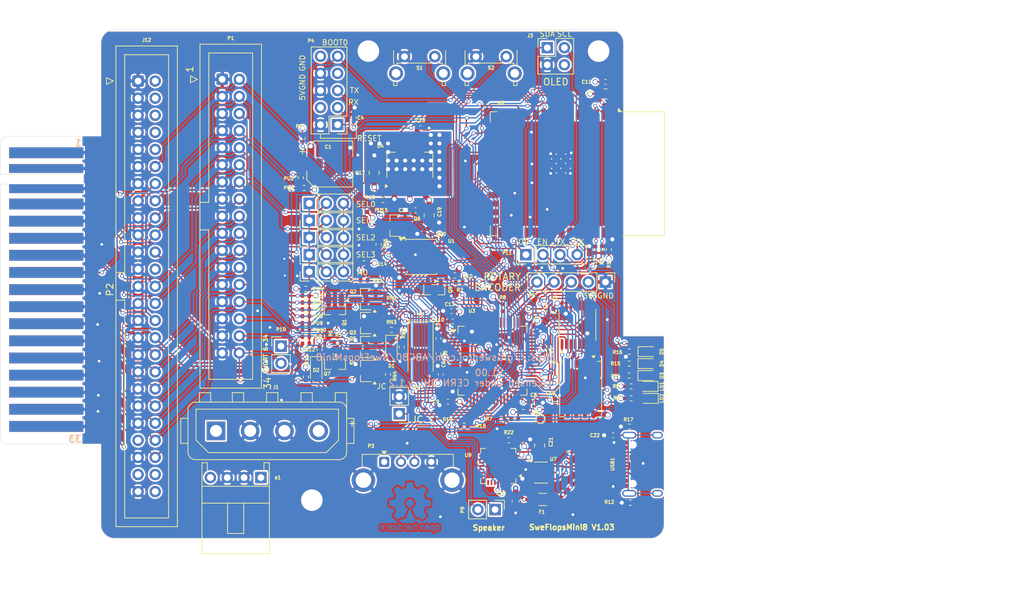
<source format=kicad_pcb>
(kicad_pcb
	(version 20241229)
	(generator "pcbnew")
	(generator_version "9.0")
	(general
		(thickness 1.6)
		(legacy_teardrops no)
	)
	(paper "A4")
	(title_block
		(title "SweFlopsMini8")
		(date "2025-10-20")
		(rev "1.03")
		(company "SweProj")
		(comment 1 "Licensed under CERN OHL v.1.2")
	)
	(layers
		(0 "F.Cu" signal)
		(4 "In1.Cu" signal)
		(6 "In2.Cu" signal)
		(2 "B.Cu" signal)
		(13 "F.Paste" user)
		(15 "B.Paste" user)
		(5 "F.SilkS" user "F.Silkscreen")
		(7 "B.SilkS" user "B.Silkscreen")
		(1 "F.Mask" user)
		(3 "B.Mask" user)
		(25 "Edge.Cuts" user)
		(27 "Margin" user)
		(31 "F.CrtYd" user "F.Courtyard")
		(29 "B.CrtYd" user "B.Courtyard")
		(35 "F.Fab" user)
	)
	(setup
		(stackup
			(layer "F.SilkS"
				(type "Top Silk Screen")
			)
			(layer "F.Paste"
				(type "Top Solder Paste")
			)
			(layer "F.Mask"
				(type "Top Solder Mask")
				(thickness 0.01)
			)
			(layer "F.Cu"
				(type "copper")
				(thickness 0.035)
			)
			(layer "dielectric 1"
				(type "prepreg")
				(thickness 0.1)
				(material "FR4")
				(epsilon_r 4.5)
				(loss_tangent 0.02)
			)
			(layer "In1.Cu"
				(type "copper")
				(thickness 0.035)
			)
			(layer "dielectric 2"
				(type "core")
				(thickness 1.24)
				(material "FR4")
				(epsilon_r 4.5)
				(loss_tangent 0.02)
			)
			(layer "In2.Cu"
				(type "copper")
				(thickness 0.035)
			)
			(layer "dielectric 3"
				(type "prepreg")
				(thickness 0.1)
				(material "FR4")
				(epsilon_r 4.5)
				(loss_tangent 0.02)
			)
			(layer "B.Cu"
				(type "copper")
				(thickness 0.035)
			)
			(layer "B.Mask"
				(type "Bottom Solder Mask")
				(thickness 0.01)
			)
			(layer "B.Paste"
				(type "Bottom Solder Paste")
			)
			(layer "B.SilkS"
				(type "Bottom Silk Screen")
			)
			(copper_finish "None")
			(dielectric_constraints no)
		)
		(pad_to_mask_clearance 0)
		(solder_mask_min_width 0.25)
		(pad_to_paste_clearance -0.000076)
		(allow_soldermask_bridges_in_footprints no)
		(tenting front back)
		(aux_axis_origin 86.26 30.19)
		(pcbplotparams
			(layerselection 0x00000000_00000000_55555555_575555ff)
			(plot_on_all_layers_selection 0x00000000_00000000_00000000_00000000)
			(disableapertmacros no)
			(usegerberextensions no)
			(usegerberattributes no)
			(usegerberadvancedattributes no)
			(creategerberjobfile no)
			(dashed_line_dash_ratio 12.000000)
			(dashed_line_gap_ratio 3.000000)
			(svgprecision 4)
			(plotframeref no)
			(mode 1)
			(useauxorigin yes)
			(hpglpennumber 1)
			(hpglpenspeed 20)
			(hpglpendiameter 15.000000)
			(pdf_front_fp_property_popups yes)
			(pdf_back_fp_property_popups yes)
			(pdf_metadata yes)
			(pdf_single_document no)
			(dxfpolygonmode yes)
			(dxfimperialunits yes)
			(dxfusepcbnewfont yes)
			(psnegative no)
			(psa4output no)
			(plot_black_and_white yes)
			(sketchpadsonfab no)
			(plotpadnumbers no)
			(hidednponfab no)
			(sketchdnponfab yes)
			(crossoutdnponfab yes)
			(subtractmaskfromsilk no)
			(outputformat 1)
			(mirror no)
			(drillshape 0)
			(scaleselection 1)
			(outputdirectory "gerbers")
		)
	)
	(net 0 "")
	(net 1 "GND")
	(net 2 "Net-(U3-PD0)")
	(net 3 "/nrst")
	(net 4 "Net-(U3-PD1)")
	(net 5 "+3V3")
	(net 6 "+5V")
	(net 7 "Net-(D1-K)")
	(net 8 "Net-(D1-A)")
	(net 9 "/disp_clk")
	(net 10 "/disp_dio")
	(net 11 "/~{selx}")
	(net 12 "/~{dskchg}")
	(net 13 "/~{inuse}")
	(net 14 "/~{index}")
	(net 15 "/~{sel0}")
	(net 16 "/~{sel1}")
	(net 17 "/~{mtron}")
	(net 18 "/dir")
	(net 19 "/~{step}")
	(net 20 "/~{wdata}")
	(net 21 "/~{wgate}")
	(net 22 "/~{trk0}")
	(net 23 "/~{wprot}")
	(net 24 "/~{rdata}")
	(net 25 "/~{side}")
	(net 26 "/~{rdy}")
	(net 27 "/rx")
	(net 28 "/tx")
	(net 29 "/boot0")
	(net 30 "/ja")
	(net 31 "/jb")
	(net 32 "/jc")
	(net 33 "Net-(LD1-A)")
	(net 34 "/usb+")
	(net 35 "/usb-")
	(net 36 "Net-(RN1-Pad2)")
	(net 37 "Net-(RN2-Pad2)")
	(net 38 "Net-(RN3-Pad2)")
	(net 39 "Net-(RN4-Pad2)")
	(net 40 "Net-(RN6-Pad2)")
	(net 41 "/~{index_3v3}")
	(net 42 "/~{trk0_3v3}")
	(net 43 "/~{wprot_3v3}")
	(net 44 "/~{rdy_3v3}")
	(net 45 "/~{rdata_3v3}")
	(net 46 "/~{dskchg_3v3}")
	(net 47 "Net-(LD2-A)")
	(net 48 "unconnected-(U3-VBAT-Pad1)")
	(net 49 "/~{sely}")
	(net 50 "/io2")
	(net 51 "/enc_dt")
	(net 52 "/enc_clk")
	(net 53 "/~{sel3}")
	(net 54 "/~{sel2}")
	(net 55 "/spk-")
	(net 56 "/spk+")
	(net 57 "/io1")
	(net 58 "/boot1")
	(net 59 "Net-(Q1-G)")
	(net 60 "Net-(Q2-G)")
	(net 61 "Net-(Q3-G)")
	(net 62 "Net-(Q4-G)")
	(net 63 "Net-(Q6-G)")
	(net 64 "Net-(Q7-B)")
	(net 65 "/bt_right")
	(net 66 "/bt_left")
	(net 67 "unconnected-(U3-PC0-Pad8)")
	(net 68 "unconnected-(U3-PC1-Pad9)")
	(net 69 "unconnected-(U3-PC2-Pad10)")
	(net 70 "unconnected-(U3-PC3-Pad11)")
	(net 71 "unconnected-(U3-PA4-Pad20)")
	(net 72 "unconnected-(U3-PA5-Pad21)")
	(net 73 "unconnected-(U3-PA6-Pad22)")
	(net 74 "/spi_cs")
	(net 75 "/spi_clk")
	(net 76 "/spi_do")
	(net 77 "/spi_di")
	(net 78 "/swdio")
	(net 79 "/swclk")
	(net 80 "unconnected-(U3-PD2-Pad54)")
	(net 81 "/SD_DETECT")
	(net 82 "/esp32_tx")
	(net 83 "/esp32_rx")
	(net 84 "Net-(D3-K)")
	(net 85 "Net-(D3-A)")
	(net 86 "Net-(D4-K)")
	(net 87 "/spi_sel")
	(net 88 "Net-(C12-Pad1)")
	(net 89 "/esp32_io0")
	(net 90 "/esp32_en")
	(net 91 "Net-(D4-A)")
	(net 92 "Net-(D5-K)")
	(net 93 "Net-(D5-A)")
	(net 94 "unconnected-(U6-DAT2-Pad1)")
	(net 95 "unconnected-(U6-DAT1-Pad7)")
	(net 96 "/spi_di_esp")
	(net 97 "/spi_clk_esp")
	(net 98 "/spi_do_esp")
	(net 99 "/spi_cs_esp")
	(net 100 "/spi_cs_stm")
	(net 101 "/spi_clk_stm")
	(net 102 "/spi_do_stm")
	(net 103 "/spi_di_stm")
	(net 104 "/sd_gnd")
	(net 105 "/sd_pwr")
	(net 106 "Net-(Q9-G)")
	(net 107 "Net-(USB1-CC1)")
	(net 108 "unconnected-(J12-Pin_24-Pad24)")
	(net 109 "Net-(USB1-CC2)")
	(net 110 "/USB_D-")
	(net 111 "/~{FD2S}")
	(net 112 "Net-(U7-VBUS)")
	(net 113 "unconnected-(J12-Pin_8-Pad8)")
	(net 114 "Net-(USB1-DN1)")
	(net 115 "Net-(USB1-DP1)")
	(net 116 "unconnected-(J12-Pin_48-Pad48)")
	(net 117 "/USB_D+")
	(net 118 "unconnected-(USB1-SBU2-Pad3)")
	(net 119 "unconnected-(USB1-SBU1-Pad9)")
	(net 120 "unconnected-(J12-Pin_4-Pad4)")
	(net 121 "/~{EXT_MOTOR}")
	(net 122 "unconnected-(J12-Pin_6-Pad6)")
	(net 123 "unconnected-(J12-Pin_43-Pad43)")
	(net 124 "unconnected-(J12-Pin_50-Pad50)")
	(net 125 "Net-(U9-~{RSTb})")
	(net 126 "unconnected-(U9-~{DSR}-Pad27)")
	(net 127 "unconnected-(U9-NC-Pad10)")
	(net 128 "unconnected-(U9-~{RXT}{slash}GPIO.1-Pad18)")
	(net 129 "unconnected-(U9-GPIO.4-Pad22)")
	(net 130 "unconnected-(U9-~{TXT}{slash}GPIO.0-Pad19)")
	(net 131 "unconnected-(U9-~{SUSPENDb}-Pad11)")
	(net 132 "unconnected-(U9-CHREN-Pad13)")
	(net 133 "unconnected-(U9-~{DCD}-Pad1)")
	(net 134 "unconnected-(U9-GPIO.5-Pad21)")
	(net 135 "unconnected-(U9-~{RI}{slash}CLK-Pad2)")
	(net 136 "unconnected-(U9-SUSPEND-Pad12)")
	(net 137 "unconnected-(U9-CHR1-Pad14)")
	(net 138 "unconnected-(U9-~{DTR}-Pad28)")
	(net 139 "unconnected-(U9-GPIO.6-Pad20)")
	(net 140 "unconnected-(U9-~{WAKEUP}{slash}GPIO.3-Pad16)")
	(net 141 "unconnected-(U9-CHR0-Pad15)")
	(net 142 "unconnected-(U9-RS485{slash}GPIO.2-Pad17)")
	(net 143 "/usb-r")
	(net 144 "/usb+r")
	(net 145 "unconnected-(J1-Pin_1-Pad1)")
	(net 146 "unconnected-(e1-Pin_4-Pad4)")
	(net 147 "unconnected-(U8-USB_D+-Pad14)")
	(net 148 "unconnected-(U8-USB_D--Pad13)")
	(net 149 "unconnected-(U8-IO36-Pad29)")
	(net 150 "unconnected-(U8-IO42-Pad35)")
	(net 151 "unconnected-(U8-IO37-Pad30)")
	(net 152 "unconnected-(U8-IO17-Pad10)")
	(net 153 "unconnected-(U8-IO46-Pad16)")
	(net 154 "unconnected-(U8-IO1-Pad39)")
	(net 155 "unconnected-(U8-IO38-Pad31)")
	(net 156 "unconnected-(U8-IO45-Pad26)")
	(net 157 "unconnected-(U8-IO18-Pad11)")
	(net 158 "unconnected-(U8-IO47-Pad24)")
	(net 159 "unconnected-(U8-IO35-Pad28)")
	(net 160 "unconnected-(U8-IO48-Pad25)")
	(net 161 "Net-(USB1-SHIELD)")
	(net 162 "/ENHANCED")
	(net 163 "unconnected-(U9-~{CTS}-Pad23)")
	(net 164 "unconnected-(U9-~{RTS}-Pad24)")
	(net 165 "unconnected-(J12-Pin_2-Pad2)")
	(footprint "Capacitor_SMD:C_0402_1005Metric" (layer "F.Cu") (at 123.0376 101.346 90))
	(footprint "Capacitor_SMD:C_0402_1005Metric" (layer "F.Cu") (at 110.49 68.552 90))
	(footprint "Capacitor_SMD:C_0402_1005Metric" (layer "F.Cu") (at 123.0376 103.604 -90))
	(footprint "Capacitor_SMD:C_0402_1005Metric" (layer "F.Cu") (at 123.3932 106.68 90))
	(footprint "Capacitor_SMD:C_0402_1005Metric" (layer "F.Cu") (at 137.696 99.568))
	(footprint "Capacitor_SMD:C_0402_1005Metric" (layer "F.Cu") (at 124.46 110.744 180))
	(footprint "Capacitor_SMD:C_0402_1005Metric" (layer "F.Cu") (at 125.194 98.806 180))
	(footprint "Capacitor_SMD:C_0805_2012Metric" (layer "F.Cu") (at 113.5126 76.7334 -90))
	(footprint "Capacitor_SMD:C_0402_1005Metric" (layer "F.Cu") (at 120.368 70.104))
	(footprint "Capacitor_SMD:C_0805_2012Metric" (layer "F.Cu") (at 121.666 83.058 -90))
	(footprint "Capacitor_SMD:C_0402_1005Metric" (layer "F.Cu") (at 121.412 85.852 180))
	(footprint "Capacitor_SMD:C_0402_1005Metric" (layer "F.Cu") (at 119.662 82.296 180))
	(footprint "Connector_IDC:IDC-Header_2x17_P2.54mm_Vertical" (layer "F.Cu") (at 90.96 62.86))
	(footprint "Resistor_SMD:R_0402_1005Metric" (layer "F.Cu") (at 102.87 71.628 -90))
	(footprint "Resistor_SMD:R_0402_1005Metric" (layer "F.Cu") (at 102.616 77.472 90))
	(footprint "Resistor_SMD:R_0402_1005Metric" (layer "F.Cu") (at 103.124 78.994 180))
	(footprint "Resistor_SMD:R_0402_1005Metric" (layer "F.Cu") (at 103.378 93.98 180))
	(footprint "Resistor_SMD:R_0402_1005Metric" (layer "F.Cu") (at 103.378 94.996 180))
	(footprint "Resistor_SMD:R_0402_1005Metric" (layer "F.Cu") (at 103.38 96.012 180))
	(footprint "Resistor_SMD:R_0402_1005Metric" (layer "F.Cu") (at 103.378 97.028 180))
	(footprint "Resistor_SMD:R_0402_1005Metric" (layer "F.Cu") (at 103.378 98.044 180))
	(footprint "Resistor_SMD:R_0402_1005Metric" (layer "F.Cu") (at 103.378 99.06 180))
	(footprint "Resistor_SMD:R_0402_1005Metric" (layer "F.Cu") (at 103.38 100.076 180))
	(footprint "Resistor_SMD:R_0402_1005Metric" (layer "F.Cu") (at 103.378 101.092 180))
	(footprint "Resistor_SMD:R_0402_1005Metric" (layer "F.Cu") (at 103.378 102.108 180))
	(footprint "Resistor_SMD:R_0402_1005Metric" (layer "F.Cu") (at 103.378 107.059 -90))
	(footprint "Resistor_SMD:R_0402_1005Metric" (layer "F.Cu") (at 112.016 92.71))
	(footprint "Resistor_SMD:R_0402_1005Metric" (layer "F.Cu") (at 116.08 96.52))
	(footprint "Resistor_SMD:R_0402_1005Metric" (layer "F.Cu") (at 116.078 100.076))
	(footprint "Resistor_SMD:R_0402_1005Metric" (layer "F.Cu") (at 115.57 106.68 90))
	(footprint "Resistor_SMD:R_0402_1005Metric" (layer "F.Cu") (at 117.602 102.614 90))
	(footprint "Resistor_SMD:R_0402_1005Metric" (layer "F.Cu") (at 114.173 87.376 -90))
	(footprint "Package_SO:TSSOP-14_4.4x5mm_P0.65mm" (layer "F.Cu") (at 120.4645 89.236))
	(footprint "Package_TO_SOT_SMD:SOT-223-3_TabPin2" (layer "F.Cu") (at 118.80722 75.5904 90))
	(footprint "Crystal:Crystal_SMD_5032-2Pin_5.0x3.2mm_HandSoldering" (layer "F.Cu") (at 120.396 103.438 -90))
	(footprint "Capacitor_SMD:CP_Elec_6.3x5.4" (layer "F.Cu") (at 106.928 75.438))
	(footprint "Resistor_SMD:R_0402_1005Metric"
		(layer "F.Cu")
		(uuid "00000000-0000-0000-0000-00005d39a780")
		(at 114.806 80.772)
		(descr "Resistor SMD 0402 (1005 Metric), square (rectangular) end terminal, IPC_7351 nominal, (Body size source: IPC-SM-782 page 72, https://www.pcb-3d.com/wordpress/wp-content/uploads/ipc-sm-782a_amendment_1_and_2.pdf), generated with kicad-footprint-generator")
		(tags "resistor")
		(property "Reference" "R13"
			(at -1.903 -0.381 0)
			(layer "F.SilkS")
			(uuid "4e4b64ba-740b-4dc2-b951-baa3237009c1")
			(effects
				(font
					(size 0.5 0.5)
					(thickness 0.125)
				)
			)
		)
		(property "Value" "4.7k"
			(at 0 1.17 0)
			(layer "F.Fab")
			(uuid "cbbee6b6-4907-46ed-bd9d-fc031e3389e8")
			(effects
				(font
					(size 1 1)
					(thickness 0.15)
				)
			)
		)
		(property "Datasheet" "~"
			(at 0 0 0)
			(layer "F.Fab")
			(hide yes)
			(uuid "4fbddc39-4ef7-47c1-a8bf-0e2c79e346bf")
			(effects
				(font
					(size 1.27 1.27)
					(thickness 0.15)
				)
			)
		)
		(property "Description" "Resistor"
			(at 0 0 0)
			(layer "F.Fab")
			(hide yes)
			(uuid "4fc7c88e-4460-4e51-8d59-92d7ae936e01")
			(effects
				(font
					(size 1.27 1.27)
					(thickness 0.15)
				)
			)
		)
		(property "JLCPC
... [3560107 chars truncated]
</source>
